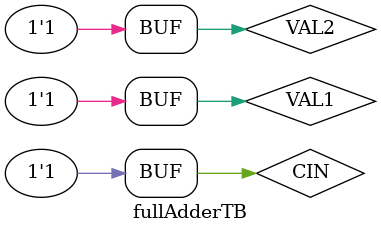
<source format=v>

module fullAdderTB;

// Data Type Declaration
reg VAL1, VAL2, CIN;
wire SUM, COUT;

// Instantiation of DUT/UUT
fullAdder dut(
		.val1(VAL1),
		.val2(VAL2),
		.cin(CIN),
		.sum(SUM),
		.cout(COUT)
		);
		
	initial begin
		
		// Initialize Inputs
		 VAL1 = 1'b0; VAL2 = 1'b0; CIN = 1'b0;
		
		// Wait 100ns for global reset to finish
		#100 VAL1 = 1'b0; VAL2 = 1'b0; CIN = 1'b1;
		#100 VAL1 = 1'b0; VAL2 = 1'b1; CIN = 1'b0;
		#100 VAL1 = 1'b0; VAL2 = 1'b1; CIN = 1'b1;
		#100 VAL1 = 1'b1; VAL2 = 1'b0; CIN = 1'b0;
		#100 VAL1 = 1'b1; VAL2 = 1'b0; CIN = 1'b1;
		#100 VAL1 = 1'b1; VAL2 = 1'b1; CIN = 1'b0;
		#100 VAL1 = 1'b1; VAL2 = 1'b1; CIN = 1'b1;
		
	end

endmodule 


</source>
